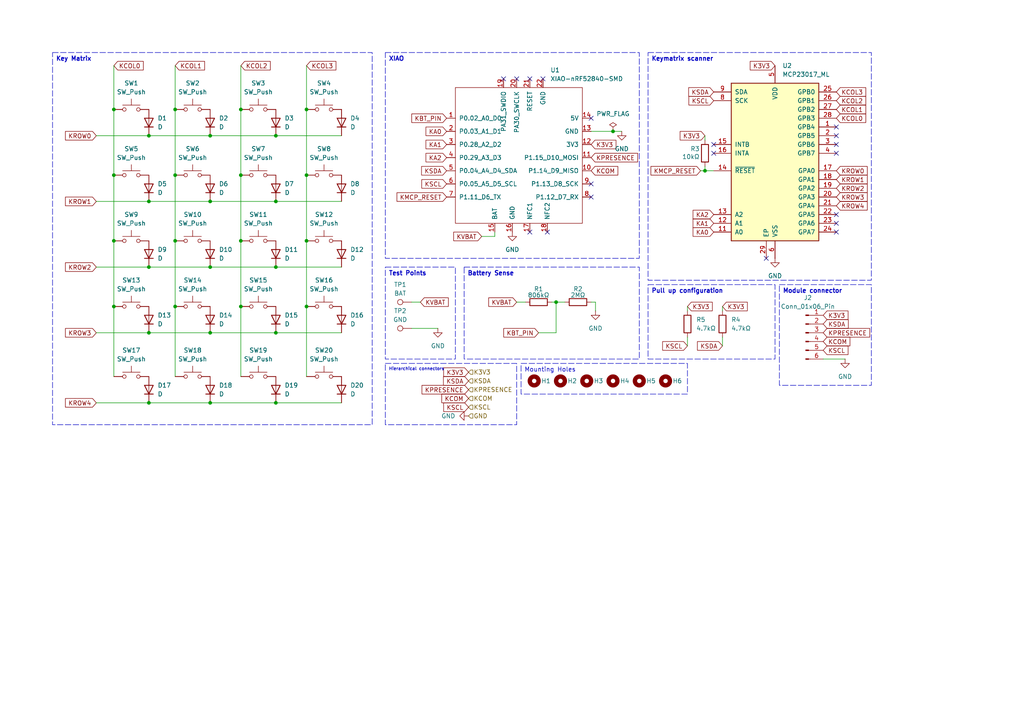
<source format=kicad_sch>
(kicad_sch (version 20250114) (generator "eeschema") (generator_version "9.0")
  (paper "A4")
  (lib_symbols
    (symbol "Connector:Conn_01x06_Pin" (pin_names (offset 1.016) (hide yes))
      (property "Reference" "J" (at 0 7.62 0))
      (property "Value" "Conn_01x06_Pin" (at 0 -10.16 0))
      (symbol "Conn_01x06_Pin_1_1"
        (rectangle (start 0.8636 5.207) (end 0 4.953) (stroke (width 0.1524)) (fill (type outline)))
        (rectangle (start 0.8636 2.667) (end 0 2.413) (stroke (width 0.1524)) (fill (type outline)))
        (rectangle (start 0.8636 0.127) (end 0 -0.127) (stroke (width 0.1524)) (fill (type outline)))
        (rectangle (start 0.8636 -2.413) (end 0 -2.667) (stroke (width 0.1524)) (fill (type outline)))
        (rectangle (start 0.8636 -4.953) (end 0 -5.207) (stroke (width 0.1524)) (fill (type outline)))
        (rectangle (start 0.8636 -7.493) (end 0 -7.747) (stroke (width 0.1524)) (fill (type outline)))
        (polyline (pts (xy 1.27 5.08) (xy 0.8636 5.08)) (stroke (width 0.1524)))
        (polyline (pts (xy 1.27 2.54) (xy 0.8636 2.54)) (stroke (width 0.1524)))
        (polyline (pts (xy 1.27 0) (xy 0.8636 0)) (stroke (width 0.1524)))
        (polyline (pts (xy 1.27 -2.54) (xy 0.8636 -2.54)) (stroke (width 0.1524)))
        (polyline (pts (xy 1.27 -5.08) (xy 0.8636 -5.08)) (stroke (width 0.1524)))
        (polyline (pts (xy 1.27 -7.62) (xy 0.8636 -7.62)) (stroke (width 0.1524)))
        (pin passive line (at 5.08 5.08 180) (length 3.81) (name "Pin_1") (number "1"))
        (pin passive line (at 5.08 2.54 180) (length 3.81) (name "Pin_2") (number "2"))
        (pin passive line (at 5.08 0 180) (length 3.81) (name "Pin_3") (number "3"))
        (pin passive line (at 5.08 -2.54 180) (length 3.81) (name "Pin_4") (number "4"))
        (pin passive line (at 5.08 -5.08 180) (length 3.81) (name "Pin_5") (number "5"))
        (pin passive line (at 5.08 -7.62 180) (length 3.81) (name "Pin_6") (number "6"))
      )
    )
    (symbol "Connector:TestPoint" (pin_numbers (hide yes)) (pin_names (offset 0.762) (hide yes))
      (property "Reference" "TP" (at 0 6.858 0))
      (property "Value" "TestPoint" (at 0 5.08 0))
      (symbol "TestPoint_0_1"
        (circle (center 0 3.302) (radius 0.762))
      )
      (symbol "TestPoint_1_1"
        (pin passive line (at 0 0 90) (length 2.54) (name "1") (number "1"))
      )
    )
    (symbol "Device:D" (pin_numbers (hide yes)) (pin_names (offset 1.016) (hide yes))
      (property "Reference" "D" (at 0 2.54 0))
      (property "Value" "D" (at 0 -2.54 0))
      (symbol "D_0_1"
        (polyline (pts (xy -1.27 1.27) (xy -1.27 -1.27)) (stroke (width 0.254)))
        (polyline (pts (xy 1.27 1.27) (xy 1.27 -1.27) (xy -1.27 0) (xy 1.27 1.27)) (stroke (width 0.254)))
        (polyline (pts (xy 1.27 0) (xy -1.27 0)))
      )
      (symbol "D_1_1"
        (pin passive line (at -3.81 0 0) (length 2.54) (name "K") (number "1"))
        (pin passive line (at 3.81 0 180) (length 2.54) (name "A") (number "2"))
      )
    )
    (symbol "Device:R" (pin_numbers (hide yes)) (pin_names (offset 0))
      (property "Reference" "R" (at 2.032 0 90))
      (property "Value" "R" (at 0 0 90))
      (symbol "R_0_1"
        (rectangle (start -1.016 -2.54) (end 1.016 2.54) (stroke (width 0.254)))
      )
      (symbol "R_1_1"
        (pin passive line (at 0 3.81 270) (length 1.27) (name "~") (number "1"))
        (pin passive line (at 0 -3.81 90) (length 1.27) (name "~") (number "2"))
      )
    )
    (symbol "Interface_Expansion:MCP23017_ML" (pin_names (offset 1.016))
      (property "Reference" "U" (at -11.43 24.13 0))
      (property "Value" "MCP23017_ML" (at 0 0 0))
      (symbol "MCP23017_ML_0_1"
        (rectangle (start -12.7 22.86) (end 12.7 -22.86) (stroke (width 0.254)) (fill (type background)))
      )
      (symbol "MCP23017_ML_1_1"
        (pin bidirectional line (at -17.78 20.32 0) (length 5.08) (name "SDA") (number "9"))
        (pin input line (at -17.78 17.78 0) (length 5.08) (name "SCK") (number "8"))
        (pin tri_state line (at -17.78 5.08 0) (length 5.08) (name "INTB") (number "15"))
        (pin tri_state line (at -17.78 2.54 0) (length 5.08) (name "INTA") (number "16"))
        (pin input line (at -17.78 -2.54 0) (length 5.08) (name "~{RESET}") (number "14"))
        (pin input line (at -17.78 -15.24 0) (length 5.08) (name "A2") (number "13"))
        (pin input line (at -17.78 -17.78 0) (length 5.08) (name "A1") (number "12"))
        (pin input line (at -17.78 -20.32 0) (length 5.08) (name "A0") (number "11"))
        (pin no_connect line (at -12.7 15.24 0) (length 5.08) (hide yes) (name "NC") (number "7"))
        (pin no_connect line (at -12.7 12.7 0) (length 5.08) (hide yes) (name "NC") (number "10"))
        (pin passive line (at -2.54 -27.94 90) (length 5.08) (name "EP") (number "29"))
        (pin power_in line (at 0 27.94 270) (length 5.08) (name "VDD") (number "5"))
        (pin power_in line (at 0 -27.94 90) (length 5.08) (name "VSS") (number "6"))
        (pin bidirectional line (at 17.78 20.32 180) (length 5.08) (name "GPB0") (number "25"))
        (pin bidirectional line (at 17.78 17.78 180) (length 5.08) (name "GPB1") (number "26"))
        (pin bidirectional line (at 17.78 15.24 180) (length 5.08) (name "GPB2") (number "27"))
        (pin bidirectional line (at 17.78 12.7 180) (length 5.08) (name "GPB3") (number "28"))
        (pin bidirectional line (at 17.78 10.16 180) (length 5.08) (name "GPB4") (number "1"))
        (pin bidirectional line (at 17.78 7.62 180) (length 5.08) (name "GPB5") (number "2"))
        (pin bidirectional line (at 17.78 5.08 180) (length 5.08) (name "GPB6") (number "3"))
        (pin output line (at 17.78 2.54 180) (length 5.08) (name "GPB7") (number "4"))
        (pin bidirectional line (at 17.78 -2.54 180) (length 5.08) (name "GPA0") (number "17"))
        (pin bidirectional line (at 17.78 -5.08 180) (length 5.08) (name "GPA1") (number "18"))
        (pin bidirectional line (at 17.78 -7.62 180) (length 5.08) (name "GPA2") (number "19"))
        (pin bidirectional line (at 17.78 -10.16 180) (length 5.08) (name "GPA3") (number "20"))
        (pin bidirectional line (at 17.78 -12.7 180) (length 5.08) (name "GPA4") (number "21"))
        (pin bidirectional line (at 17.78 -15.24 180) (length 5.08) (name "GPA5") (number "22"))
        (pin bidirectional line (at 17.78 -17.78 180) (length 5.08) (name "GPA6") (number "23"))
        (pin output line (at 17.78 -20.32 180) (length 5.08) (name "GPA7") (number "24"))
      )
    )
    (symbol "Mechanical:MountingHole" (pin_names (offset 1.016)) (in_bom no)
      (property "Reference" "H" (at 0 5.08 0))
      (property "Value" "MountingHole" (at 0 3.175 0))
      (symbol "MountingHole_0_1"
        (circle (center 0 0) (radius 1.27) (stroke (width 1.27)))
      )
    )
    (symbol "Seeed_Studio_XIAO_Series:XIAO-nRF52840-SMD" (pin_names (offset 1.016))
      (property "Reference" "U" (at -18.542 23.114 0))
      (property "Value" "XIAO-nRF52840-SMD" (at -8.636 21.336 0))
      (symbol "XIAO-nRF52840-SMD_0_1"
        (rectangle (start -19.05 20.32) (end 17.78 -19.05))
      )
      (symbol "XIAO-nRF52840-SMD_1_1"
        (pin passive line (at -21.59 11.43 0) (length 2.54) (name "P0.02_A0_D0") (number "1"))
        (pin passive line (at -21.59 7.62 0) (length 2.54) (name "P0.03_A1_D1") (number "2"))
        (pin passive line (at -21.59 3.81 0) (length 2.54) (name "P0.28_A2_D2") (number "3"))
        (pin passive line (at -21.59 0 0) (length 2.54) (name "P0.29_A3_D3") (number "4"))
        (pin passive line (at -21.59 -3.81 0) (length 2.54) (name "P0.04_A4_D4_SDA") (number "5"))
        (pin passive line (at -21.59 -7.62 0) (length 2.54) (name "P0.05_A5_D5_SCL") (number "6"))
        (pin passive line (at -21.59 -11.43 0) (length 2.54) (name "P1.11_D6_TX") (number "7"))
        (pin passive line (at -7.62 -21.59 90) (length 2.54) (name "BAT") (number "15"))
        (pin passive line (at -5.08 22.86 270) (length 2.54) (name "PA31_SWDIO") (number "19"))
        (pin passive line (at -2.54 -21.59 90) (length 2.54) (name "GND") (number "16"))
        (pin passive line (at -1.27 22.86 270) (length 2.54) (name "PA30_SWCLK") (number "20"))
        (pin passive line (at 2.54 22.86 270) (length 2.54) (name "RESET") (number "21"))
        (pin passive line (at 2.54 -21.59 90) (length 2.54) (name "NFC1") (number "17"))
        (pin passive line (at 6.35 22.86 270) (length 2.54) (name "GND") (number "22"))
        (pin passive line (at 7.62 -21.59 90) (length 2.54) (name "NFC2") (number "18"))
        (pin passive line (at 20.32 11.43 180) (length 2.54) (name "5V") (number "14"))
        (pin passive line (at 20.32 7.62 180) (length 2.54) (name "GND") (number "13"))
        (pin passive line (at 20.32 3.81 180) (length 2.54) (name "3V3") (number "12"))
        (pin passive line (at 20.32 0 180) (length 2.54) (name "P1.15_D10_MOSI") (number "11"))
        (pin passive line (at 20.32 -3.81 180) (length 2.54) (name "P1.14_D9_MISO") (number "10"))
        (pin passive line (at 20.32 -7.62 180) (length 2.54) (name "P1.13_D8_SCK") (number "9"))
        (pin passive line (at 20.32 -11.43 180) (length 2.54) (name "P1.12_D7_RX") (number "8"))
      )
    )
    (symbol "Switch:SW_Push" (pin_numbers (hide yes)) (pin_names (offset 1.016) (hide yes))
      (property "Reference" "SW" (at 1.27 2.54 0))
      (property "Value" "SW_Push" (at 0 -1.524 0))
      (symbol "SW_Push_0_1"
        (circle (center -2.032 0) (radius 0.508))
        (polyline (pts (xy 0 1.27) (xy 0 3.048)))
        (circle (center 2.032 0) (radius 0.508))
        (polyline (pts (xy 2.54 1.27) (xy -2.54 1.27)))
        (pin passive line (at -5.08 0 0) (length 2.54) (name "1") (number "1"))
        (pin passive line (at 5.08 0 180) (length 2.54) (name "2") (number "2"))
      )
    )
    (symbol "power:GND" (power) (pin_numbers (hide yes)) (pin_names (offset 0) (hide yes))
      (property "Value" "GND" (at 0 -3.81 0))
      (symbol "GND_0_1"
        (polyline (pts (xy 0 0) (xy 0 -1.27) (xy 1.27 -1.27) (xy 0 -2.54) (xy -1.27 -1.27) (xy 0 -1.27)))
      )
      (symbol "GND_1_1"
        (pin power_in line (at 0 0 270) (length 0) (name "~") (number "1"))
      )
    )
    (symbol "power:PWR_FLAG" (power) (pin_numbers (hide yes)) (pin_names (offset 0) (hide yes))
      (property "Value" "PWR_FLAG" (at 0 3.81 0))
      (symbol "PWR_FLAG_0_0"
        (pin power_out line (at 0 0 90) (length 0) (name "~") (number "1"))
      )
      (symbol "PWR_FLAG_0_1"
        (polyline (pts (xy 0 0) (xy 0 1.27) (xy -1.016 1.905) (xy 0 2.54) (xy 1.016 1.905) (xy 0 1.27)))
      )
    )
  )
  (text_box "Keymatrix scanner" (at 187.96 15.24 0) (size 64.77 66.04) (margins 0.9525 0.9525 0.9525 0.9525) (stroke (width 0) (type dash)) (effects (font (size 1.27 1.27) (thickness 0.254) (bold yes)) (justify left top)))
  (text_box "Hierarchical connectors" (at 111.76 105.41 0) (size 38.1 17.78) (margins 0.9525 0.9525 0.9525 0.9525) (stroke (width 0) (type dash)) (effects (font (size 0.889 0.889)) (justify left top)))
  (text_box "Module connector" (at 226.06 82.55 0) (size 26.67 29.21) (margins 0.9525 0.9525 0.9525 0.9525) (stroke (width 0) (type dash)) (effects (font (size 1.27 1.27) (thickness 0.254) (bold yes)) (justify left top)))
  (text_box "Key Matrix" (at 15.24 15.24 0) (size 92.71 107.95) (margins 0.9525 0.9525 0.9525 0.9525) (stroke (width 0) (type dash)) (effects (font (size 1.27 1.27) (thickness 0.254) (bold yes)) (justify left top)))
  (text_box "Pull up configuration\n" (at 187.96 82.55 0) (size 36.83 21.59) (margins 0.9525 0.9525 0.9525 0.9525) (stroke (width 0) (type dash)) (effects (font (size 1.27 1.27) (thickness 0.254) (bold yes)) (justify left top)))
  (text_box "XIAO" (at 111.76 15.24 0) (size 73.66 59.69) (margins 0.9525 0.9525 0.9525 0.9525) (stroke (width 0) (type dash)) (effects (font (size 1.27 1.27) (thickness 0.254) (bold yes)) (justify left top)))
  (text_box "Battery Sense\n" (at 134.62 77.47 0) (size 50.8 26.67) (margins 0.9525 0.9525 0.9525 0.9525) (stroke (width 0) (type dash)) (effects (font (size 1.27 1.27) (thickness 0.254) (bold yes)) (justify left top)))
  (text_box "Test Points" (at 111.76 77.47 0) (size 20.32 26.67) (margins 0.9525 0.9525 0.9525 0.9525) (stroke (width 0) (type dash)) (effects (font (size 1.27 1.27) (thickness 0.254) (bold yes)) (justify left top)))
  (text_box "Mounting Holes" (at 151.13 105.41 0) (size 48.26 8.89) (margins 0.9525 0.9525 0.9525 0.9525) (stroke (width 0) (type dash)) (effects (font (size 1.27 1.27)) (justify left top)))
  (junction (at 43.18 77.47))
  (junction (at 80.01 96.52))
  (junction (at 50.8 50.8))
  (junction (at 80.01 39.37))
  (junction (at 33.02 69.85))
  (junction (at 33.02 50.8))
  (junction (at 43.18 58.42))
  (junction (at 50.8 88.9))
  (junction (at 60.96 96.52))
  (junction (at 80.01 77.47))
  (junction (at 88.9 69.85))
  (junction (at 69.85 50.8))
  (junction (at 60.96 116.84))
  (junction (at 60.96 77.47))
  (junction (at 88.9 31.75))
  (junction (at 69.85 88.9))
  (junction (at 50.8 69.85))
  (junction (at 177.8 38.1))
  (junction (at 204.47 49.53))
  (junction (at 33.02 31.75))
  (junction (at 88.9 50.8))
  (junction (at 69.85 31.75))
  (junction (at 80.01 116.84))
  (junction (at 50.8 31.75))
  (junction (at 80.01 58.42))
  (junction (at 88.9 88.9))
  (junction (at 161.29 87.63))
  (junction (at 60.96 58.42))
  (junction (at 33.02 88.9))
  (junction (at 43.18 96.52))
  (junction (at 60.96 39.37))
  (junction (at 69.85 69.85))
  (junction (at 43.18 116.84))
  (junction (at 43.18 39.37))
  (no_connect (at 242.57 41.91))
  (no_connect (at 242.57 44.45))
  (no_connect (at 171.45 53.34))
  (no_connect (at 146.05 22.86))
  (no_connect (at 242.57 67.31))
  (no_connect (at 242.57 62.23))
  (no_connect (at 157.48 22.86))
  (no_connect (at 207.01 41.91))
  (no_connect (at 153.67 67.31))
  (no_connect (at 171.45 57.15))
  (no_connect (at 171.45 34.29))
  (no_connect (at 242.57 64.77))
  (no_connect (at 149.86 22.86))
  (no_connect (at 158.75 67.31))
  (no_connect (at 242.57 39.37))
  (no_connect (at 242.57 36.83))
  (no_connect (at 222.25 74.93))
  (no_connect (at 153.67 22.86))
  (no_connect (at 207.01 44.45))
  (wire (pts (xy 88.9 19.05) (xy 88.9 31.75)))
  (wire (pts (xy 209.55 88.9) (xy 209.55 90.17)))
  (wire (pts (xy 209.55 97.79) (xy 209.55 100.33)))
  (wire (pts (xy 172.72 87.63) (xy 171.45 87.63)))
  (wire (pts (xy 69.85 50.8) (xy 69.85 69.85)))
  (wire (pts (xy 161.29 96.52) (xy 161.29 87.63)))
  (wire (pts (xy 43.18 77.47) (xy 60.96 77.47)))
  (wire (pts (xy 27.94 96.52) (xy 43.18 96.52)))
  (wire (pts (xy 204.47 40.64) (xy 204.47 39.37)))
  (wire (pts (xy 60.96 96.52) (xy 80.01 96.52)))
  (wire (pts (xy 88.9 50.8) (xy 88.9 69.85)))
  (wire (pts (xy 33.02 19.05) (xy 33.02 31.75)))
  (wire (pts (xy 69.85 31.75) (xy 69.85 50.8)))
  (wire (pts (xy 43.18 116.84) (xy 60.96 116.84)))
  (wire (pts (xy 204.47 48.26) (xy 204.47 49.53)))
  (wire (pts (xy 156.21 96.52) (xy 161.29 96.52)))
  (wire (pts (xy 127 95.25) (xy 119.38 95.25)))
  (wire (pts (xy 88.9 69.85) (xy 88.9 88.9)))
  (wire (pts (xy 80.01 58.42) (xy 99.06 58.42)))
  (wire (pts (xy 80.01 116.84) (xy 99.06 116.84)))
  (wire (pts (xy 50.8 50.8) (xy 50.8 69.85)))
  (wire (pts (xy 180.34 38.1) (xy 177.8 38.1)))
  (wire (pts (xy 204.47 49.53) (xy 207.01 49.53)))
  (wire (pts (xy 33.02 69.85) (xy 33.02 88.9)))
  (wire (pts (xy 50.8 69.85) (xy 50.8 88.9)))
  (wire (pts (xy 172.72 90.17) (xy 172.72 87.63)))
  (wire (pts (xy 161.29 87.63) (xy 163.83 87.63)))
  (wire (pts (xy 27.94 116.84) (xy 43.18 116.84)))
  (wire (pts (xy 171.45 38.1) (xy 177.8 38.1)))
  (wire (pts (xy 60.96 58.42) (xy 80.01 58.42)))
  (wire (pts (xy 60.96 77.47) (xy 80.01 77.47)))
  (wire (pts (xy 43.18 58.42) (xy 60.96 58.42)))
  (wire (pts (xy 33.02 88.9) (xy 33.02 109.22)))
  (wire (pts (xy 80.01 96.52) (xy 99.06 96.52)))
  (wire (pts (xy 88.9 88.9) (xy 88.9 109.22)))
  (wire (pts (xy 69.85 88.9) (xy 69.85 109.22)))
  (wire (pts (xy 50.8 31.75) (xy 50.8 50.8)))
  (wire (pts (xy 199.39 88.9) (xy 199.39 90.17)))
  (wire (pts (xy 143.51 68.58) (xy 143.51 67.31)))
  (wire (pts (xy 203.2 49.53) (xy 204.47 49.53)))
  (wire (pts (xy 160.02 87.63) (xy 161.29 87.63)))
  (wire (pts (xy 60.96 116.84) (xy 80.01 116.84)))
  (wire (pts (xy 33.02 50.8) (xy 33.02 69.85)))
  (wire (pts (xy 27.94 39.37) (xy 43.18 39.37)))
  (wire (pts (xy 80.01 39.37) (xy 99.06 39.37)))
  (wire (pts (xy 50.8 88.9) (xy 50.8 109.22)))
  (wire (pts (xy 88.9 31.75) (xy 88.9 50.8)))
  (wire (pts (xy 80.01 77.47) (xy 99.06 77.47)))
  (wire (pts (xy 43.18 96.52) (xy 60.96 96.52)))
  (wire (pts (xy 119.38 87.63) (xy 121.92 87.63)))
  (wire (pts (xy 50.8 19.05) (xy 50.8 31.75)))
  (wire (pts (xy 27.94 77.47) (xy 43.18 77.47)))
  (wire (pts (xy 60.96 39.37) (xy 80.01 39.37)))
  (wire (pts (xy 199.39 97.79) (xy 199.39 100.33)))
  (wire (pts (xy 69.85 19.05) (xy 69.85 31.75)))
  (wire (pts (xy 27.94 58.42) (xy 43.18 58.42)))
  (wire (pts (xy 69.85 69.85) (xy 69.85 88.9)))
  (wire (pts (xy 33.02 31.75) (xy 33.02 50.8)))
  (wire (pts (xy 245.11 104.14) (xy 238.76 104.14)))
  (wire (pts (xy 139.7 68.58) (xy 143.51 68.58)))
  (wire (pts (xy 152.4 87.63) (xy 149.86 87.63)))
  (wire (pts (xy 43.18 39.37) (xy 60.96 39.37)))
  (global_label "KROW0" (shape input) (at 27.94 39.37 180) (effects (font (thickness 0.1588))) (property "Intersheetrefs" "${INTERSHEET_REFS}" (effects (hide yes))))
  (global_label "KSDA" (shape input) (at 238.76 93.98 0) (property "Intersheetrefs" "${INTERSHEET_REFS}" (effects (hide yes))))
  (global_label "KROW0" (shape input) (at 242.57 49.53 0) (effects (font (thickness 0.1588))) (property "Intersheetrefs" "${INTERSHEET_REFS}" (effects (hide yes))))
  (global_label "KCOL0" (shape input) (at 242.57 34.29 0) (effects (font (thickness 0.1588))) (property "Intersheetrefs" "${INTERSHEET_REFS}" (effects (hide yes))))
  (global_label "KCOL2" (shape input) (at 69.85 19.05 0) (effects (font (thickness 0.1588))) (property "Intersheetrefs" "${INTERSHEET_REFS}" (effects (hide yes))))
  (global_label "KROW3" (shape input) (at 242.57 57.15 0) (effects (font (thickness 0.1588))) (property "Intersheetrefs" "${INTERSHEET_REFS}" (effects (hide yes))))
  (global_label "K3V3" (shape input) (at 238.76 91.44 0) (property "Intersheetrefs" "${INTERSHEET_REFS}" (effects (hide yes))))
  (global_label "KVBAT" (shape input) (at 139.7 68.58 180) (effects (font (thickness 0.1588))) (property "Intersheetrefs" "${INTERSHEET_REFS}" (effects (hide yes))))
  (global_label "KCOM" (shape input) (at 238.76 99.06 0) (effects (font (thickness 0.1588))) (property "Intersheetrefs" "${INTERSHEET_REFS}" (effects (hide yes))))
  (global_label "KPRESENCE" (shape input) (at 171.45 45.72 0) (effects (font (thickness 0.1588))) (property "Intersheetrefs" "${INTERSHEET_REFS}" (effects (hide yes))))
  (global_label "KA1" (shape input) (at 129.54 41.91 180) (property "Intersheetrefs" "${INTERSHEET_REFS}" (effects (hide yes))))
  (global_label "KSCL" (shape input) (at 129.54 53.34 180) (property "Intersheetrefs" "${INTERSHEET_REFS}" (effects (hide yes))))
  (global_label "KSCL" (shape input) (at 135.89 118.11 180) (property "Intersheetrefs" "${INTERSHEET_REFS}" (effects (hide yes))))
  (global_label "KCOM" (shape input) (at 171.45 49.53 0) (effects (font (thickness 0.1588))) (property "Intersheetrefs" "${INTERSHEET_REFS}" (effects (hide yes))))
  (global_label "KA2" (shape input) (at 207.01 62.23 180) (property "Intersheetrefs" "${INTERSHEET_REFS}" (effects (hide yes))))
  (global_label "KCOL0" (shape input) (at 33.02 19.05 0) (effects (font (thickness 0.1588))) (property "Intersheetrefs" "${INTERSHEET_REFS}" (effects (hide yes))))
  (global_label "KCOL3" (shape input) (at 88.9 19.05 0) (effects (font (thickness 0.1588))) (property "Intersheetrefs" "${INTERSHEET_REFS}" (effects (hide yes))))
  (global_label "KBT_PIN" (shape input) (at 156.21 96.52 180) (effects (font (thickness 0.1588))) (property "Intersheetrefs" "${INTERSHEET_REFS}" (effects (hide yes))))
  (global_label "KA1" (shape input) (at 207.01 64.77 180) (property "Intersheetrefs" "${INTERSHEET_REFS}" (effects (hide yes))))
  (global_label "KSDA" (shape input) (at 209.55 100.33 180) (property "Intersheetrefs" "${INTERSHEET_REFS}" (effects (hide yes))))
  (global_label "KMCP_RESET" (shape input) (at 129.54 57.15 180) (effects (font (thickness 0.1588))) (property "Intersheetrefs" "${INTERSHEET_REFS}" (effects (hide yes))))
  (global_label "K3V3" (shape input) (at 171.45 41.91 0) (property "Intersheetrefs" "${INTERSHEET_REFS}" (effects (hide yes))))
  (global_label "KPRESENCE" (shape input) (at 135.89 113.03 180) (effects (font (thickness 0.1588))) (property "Intersheetrefs" "${INTERSHEET_REFS}" (effects (hide yes))))
  (global_label "KVBAT" (shape input) (at 149.86 87.63 180) (effects (font (thickness 0.1588))) (property "Intersheetrefs" "${INTERSHEET_REFS}" (effects (hide yes))))
  (global_label "KCOL2" (shape input) (at 242.57 29.21 0) (effects (font (thickness 0.1588))) (property "Intersheetrefs" "${INTERSHEET_REFS}" (effects (hide yes))))
  (global_label "KMCP_RESET" (shape input) (at 203.2 49.53 180) (effects (font (thickness 0.1588))) (property "Intersheetrefs" "${INTERSHEET_REFS}" (effects (hide yes))))
  (global_label "K3V3" (shape input) (at 204.47 39.37 180) (property "Intersheetrefs" "${INTERSHEET_REFS}" (effects (hide yes))))
  (global_label "KCOL3" (shape input) (at 242.57 26.67 0) (effects (font (thickness 0.1588))) (property "Intersheetrefs" "${INTERSHEET_REFS}" (effects (hide yes))))
  (global_label "KSDA" (shape input) (at 129.54 49.53 180) (property "Intersheetrefs" "${INTERSHEET_REFS}" (effects (hide yes))))
  (global_label "K3V3" (shape input) (at 209.55 88.9 0) (property "Intersheetrefs" "${INTERSHEET_REFS}" (effects (hide yes))))
  (global_label "KROW4" (shape input) (at 242.57 59.69 0) (effects (font (thickness 0.1588))) (property "Intersheetrefs" "${INTERSHEET_REFS}" (effects (hide yes))))
  (global_label "KA0" (shape input) (at 207.01 67.31 180) (property "Intersheetrefs" "${INTERSHEET_REFS}" (effects (hide yes))))
  (global_label "KROW1" (shape input) (at 27.94 58.42 180) (effects (font (thickness 0.1588))) (property "Intersheetrefs" "${INTERSHEET_REFS}" (effects (hide yes))))
  (global_label "KSCL" (shape input) (at 199.39 100.33 180) (property "Intersheetrefs" "${INTERSHEET_REFS}" (effects (hide yes))))
  (global_label "KSDA" (shape input) (at 135.89 110.49 180) (property "Intersheetrefs" "${INTERSHEET_REFS}" (effects (hide yes))))
  (global_label "KCOL1" (shape input) (at 50.8 19.05 0) (effects (font (thickness 0.1588))) (property "Intersheetrefs" "${INTERSHEET_REFS}" (effects (hide yes))))
  (global_label "KROW1" (shape input) (at 242.57 52.07 0) (effects (font (thickness 0.1588))) (property "Intersheetrefs" "${INTERSHEET_REFS}" (effects (hide yes))))
  (global_label "K3V3" (shape input) (at 135.89 107.95 180) (property "Intersheetrefs" "${INTERSHEET_REFS}" (effects (hide yes))))
  (global_label "KCOM" (shape input) (at 135.89 115.57 180) (effects (font (thickness 0.1588))) (property "Intersheetrefs" "${INTERSHEET_REFS}" (effects (hide yes))))
  (global_label "KA2" (shape input) (at 129.54 45.72 180) (property "Intersheetrefs" "${INTERSHEET_REFS}" (effects (hide yes))))
  (global_label "KVBAT" (shape input) (at 121.92 87.63 0) (effects (font (thickness 0.1588))) (property "Intersheetrefs" "${INTERSHEET_REFS}" (effects (hide yes))))
  (global_label "K3V3" (shape input) (at 224.79 19.05 180) (property "Intersheetrefs" "${INTERSHEET_REFS}" (effects (hide yes))))
  (global_label "KSCL" (shape input) (at 207.01 29.21 180) (property "Intersheetrefs" "${INTERSHEET_REFS}" (effects (hide yes))))
  (global_label "KA0" (shape input) (at 129.54 38.1 180) (property "Intersheetrefs" "${INTERSHEET_REFS}" (effects (hide yes))))
  (global_label "KPRESENCE" (shape input) (at 238.76 96.52 0) (effects (font (thickness 0.1588))) (property "Intersheetrefs" "${INTERSHEET_REFS}" (effects (hide yes))))
  (global_label "KROW4" (shape input) (at 27.94 116.84 180) (effects (font (thickness 0.1588))) (property "Intersheetrefs" "${INTERSHEET_REFS}" (effects (hide yes))))
  (global_label "KSDA" (shape input) (at 207.01 26.67 180) (property "Intersheetrefs" "${INTERSHEET_REFS}" (effects (hide yes))))
  (global_label "KCOL1" (shape input) (at 242.57 31.75 0) (effects (font (thickness 0.1588))) (property "Intersheetrefs" "${INTERSHEET_REFS}" (effects (hide yes))))
  (global_label "KROW2" (shape input) (at 27.94 77.47 180) (effects (font (thickness 0.1588))) (property "Intersheetrefs" "${INTERSHEET_REFS}" (effects (hide yes))))
  (global_label "KROW3" (shape input) (at 27.94 96.52 180) (effects (font (thickness 0.1588))) (property "Intersheetrefs" "${INTERSHEET_REFS}" (effects (hide yes))))
  (global_label "KROW2" (shape input) (at 242.57 54.61 0) (effects (font (thickness 0.1588))) (property "Intersheetrefs" "${INTERSHEET_REFS}" (effects (hide yes))))
  (global_label "K3V3" (shape input) (at 199.39 88.9 0) (property "Intersheetrefs" "${INTERSHEET_REFS}" (effects (hide yes))))
  (global_label "KSCL" (shape input) (at 238.76 101.6 0) (property "Intersheetrefs" "${INTERSHEET_REFS}" (effects (hide yes))))
  (global_label "KBT_PIN" (shape input) (at 129.54 34.29 180) (effects (font (thickness 0.1588))) (property "Intersheetrefs" "${INTERSHEET_REFS}" (effects (hide yes))))
  (hierarchical_label "KCOM" (shape input) (at 135.89 115.57 0))
  (hierarchical_label "GND" (shape input) (at 135.89 120.65 0))
  (hierarchical_label "K3V3" (shape input) (at 135.89 107.95 0))
  (hierarchical_label "KSDA" (shape input) (at 135.89 110.49 0))
  (hierarchical_label "KSCL" (shape input) (at 135.89 118.11 0))
  (hierarchical_label "KPRESENCE" (shape input) (at 135.89 113.03 0))
  (symbol (lib_id "Switch:SW_Push") (at 55.88 109.22 0) (unit 1)
    (property "Reference" "SW18" (at 55.88 101.6 0))
    (property "Value" "SW_Push" (at 55.88 104.14 0))
    (property "Footprint" "PCM_marbastlib-choc:SW_choc_v1_HS_CPG135001S30_1u" (effects (hide yes)))
    (property "Description" "Push button switch, generic, two pins" (effects (hide yes)))
  )
  (symbol (lib_id "power:GND") (at 224.79 74.93 0) (unit 1)
    (property "Reference" "#PWR05" (effects (hide yes)))
    (property "Value" "GND" (at 224.79 80.01 0))
    (property "Description" "Power symbol creates a global label with name \"GND\" , ground" (effects (hide yes)))
  )
  (symbol (lib_id "Device:D") (at 43.18 54.61 90) (unit 1)
    (property "Reference" "D5" (at 45.72 53.3399 90) (effects (justify right)))
    (property "Value" "D" (at 45.72 55.8799 90) (effects (justify right)))
    (property "Footprint" "Diode_SMD:D_SOD-123" (effects (hide yes)))
    (property "Description" "Diode" (effects (hide yes)))
    (property "Sim.Device" "D" (effects (hide yes)))
    (property "Sim.Pins" "1=K 2=A" (effects (hide yes)))
  )
  (symbol (lib_id "Device:D") (at 43.18 92.71 90) (unit 1)
    (property "Reference" "D13" (at 45.72 91.4399 90) (effects (justify right)))
    (property "Value" "D" (at 45.72 93.9799 90) (effects (justify right)))
    (property "Footprint" "Diode_SMD:D_SOD-123" (effects (hide yes)))
    (property "Description" "Diode" (effects (hide yes)))
    (property "Sim.Device" "D" (effects (hide yes)))
    (property "Sim.Pins" "1=K 2=A" (effects (hide yes)))
  )
  (symbol (lib_id "Device:R") (at 209.55 93.98 0) (unit 1)
    (property "Reference" "R4" (at 212.09 92.7099 0) (effects (justify left)))
    (property "Value" "4.7kΩ" (at 212.09 95.2499 0) (effects (justify left)))
    (property "Footprint" "Resistor_SMD:R_0805_2012Metric" (effects (hide yes)))
    (property "Description" "Resistor" (effects (hide yes)))
  )
  (symbol (lib_id "Switch:SW_Push") (at 93.98 50.8 0) (unit 1)
    (property "Reference" "SW8" (at 93.98 43.18 0))
    (property "Value" "SW_Push" (at 93.98 45.72 0))
    (property "Footprint" "PCM_marbastlib-choc:SW_choc_v1_HS_CPG135001S30_1u" (effects (hide yes)))
    (property "Description" "Push button switch, generic, two pins" (effects (hide yes)))
  )
  (symbol (lib_id "Device:D") (at 80.01 92.71 90) (unit 1)
    (property "Reference" "D15" (at 82.55 91.4399 90) (effects (justify right)))
    (property "Value" "D" (at 82.55 93.9799 90) (effects (justify right)))
    (property "Footprint" "Diode_SMD:D_SOD-123" (effects (hide yes)))
    (property "Description" "Diode" (effects (hide yes)))
    (property "Sim.Device" "D" (effects (hide yes)))
    (property "Sim.Pins" "1=K 2=A" (effects (hide yes)))
  )
  (symbol (lib_id "Switch:SW_Push") (at 38.1 88.9 0) (unit 1)
    (property "Reference" "SW13" (at 38.1 81.28 0))
    (property "Value" "SW_Push" (at 38.1 83.82 0))
    (property "Footprint" "PCM_marbastlib-choc:SW_choc_v1_HS_CPG135001S30_1u" (effects (hide yes)))
    (property "Description" "Push button switch, generic, two pins" (effects (hide yes)))
  )
  (symbol (lib_id "Device:D") (at 80.01 113.03 90) (unit 1)
    (property "Reference" "D19" (at 82.55 111.7599 90) (effects (justify right)))
    (property "Value" "D" (at 82.55 114.2999 90) (effects (justify right)))
    (property "Footprint" "Diode_SMD:D_SOD-123" (effects (hide yes)))
    (property "Description" "Diode" (effects (hide yes)))
    (property "Sim.Device" "D" (effects (hide yes)))
    (property "Sim.Pins" "1=K 2=A" (effects (hide yes)))
  )
  (symbol (lib_id "power:GND") (at 245.11 104.14 0) (unit 1)
    (property "Reference" "#PWR06" (effects (hide yes)))
    (property "Value" "GND" (at 245.11 109.22 0))
    (property "Description" "Power symbol creates a global label with name \"GND\" , ground" (effects (hide yes)))
  )
  (symbol (lib_id "power:GND") (at 148.59 67.31 0) (unit 1)
    (property "Reference" "#PWR02" (effects (hide yes)))
    (property "Value" "GND" (at 148.59 72.39 0))
    (property "Description" "Power symbol creates a global label with name \"GND\" , ground" (effects (hide yes)))
  )
  (symbol (lib_id "Switch:SW_Push") (at 55.88 31.75 0) (unit 1)
    (property "Reference" "SW2" (at 55.88 24.13 0))
    (property "Value" "SW_Push" (at 55.88 26.67 0))
    (property "Footprint" "PCM_marbastlib-choc:SW_choc_v1_HS_CPG135001S30_1u" (effects (hide yes)))
    (property "Description" "Push button switch, generic, two pins" (effects (hide yes)))
  )
  (symbol (lib_id "Connector:Conn_01x06_Pin") (at 233.68 96.52 0) (unit 1)
    (property "Reference" "J2" (at 234.315 86.36 0))
    (property "Value" "Conn_01x06_Pin" (at 234.315 88.9 0))
    (property "Footprint" "Connector_PinHeader_1.00mm:PinHeader_1x06_P1.00mm_Vertical" (effects (hide yes)))
    (property "Description" "Generic connector, single row, 01x06, script generated" (effects (hide yes)))
  )
  (symbol (lib_id "Device:R") (at 199.39 93.98 0) (unit 1)
    (property "Reference" "R5" (at 201.93 92.7099 0) (effects (justify left)))
    (property "Value" "4.7kΩ" (at 201.93 95.2499 0) (effects (justify left)))
    (property "Footprint" "Resistor_SMD:R_0805_2012Metric" (effects (hide yes)))
    (property "Description" "Resistor" (effects (hide yes)))
  )
  (symbol (lib_id "Mechanical:MountingHole") (at 154.94 110.49 0) (unit 1) (in_bom no)
    (property "Reference" "H1" (at 156.972 110.49 0) (effects (justify left)))
    (property "Value" "MountingHole" (effects (hide yes)))
    (property "Footprint" "MountingHole:MountingHole_2.2mm_M2" (effects (hide yes)))
    (property "Description" "Mounting Hole without connection" (effects (hide yes)))
  )
  (symbol (lib_id "Switch:SW_Push") (at 55.88 88.9 0) (unit 1)
    (property "Reference" "SW14" (at 55.88 81.28 0))
    (property "Value" "SW_Push" (at 55.88 83.82 0))
    (property "Footprint" "PCM_marbastlib-choc:SW_choc_v1_HS_CPG135001S30_1u" (effects (hide yes)))
    (property "Description" "Push button switch, generic, two pins" (effects (hide yes)))
  )
  (symbol (lib_id "Switch:SW_Push") (at 55.88 50.8 0) (unit 1)
    (property "Reference" "SW6" (at 55.88 43.18 0))
    (property "Value" "SW_Push" (at 55.88 45.72 0))
    (property "Footprint" "PCM_marbastlib-choc:SW_choc_v1_HS_CPG135001S30_1u" (effects (hide yes)))
    (property "Description" "Push button switch, generic, two pins" (effects (hide yes)))
  )
  (symbol (lib_id "Switch:SW_Push") (at 38.1 50.8 0) (unit 1)
    (property "Reference" "SW5" (at 38.1 43.18 0))
    (property "Value" "SW_Push" (at 38.1 45.72 0))
    (property "Footprint" "PCM_marbastlib-choc:SW_choc_v1_HS_CPG135001S30_1u" (effects (hide yes)))
    (property "Description" "Push button switch, generic, two pins" (effects (hide yes)))
  )
  (symbol (lib_id "Mechanical:MountingHole") (at 193.04 110.49 0) (unit 1) (in_bom no)
    (property "Reference" "H6" (at 195.072 110.49 0) (effects (justify left)))
    (property "Value" "MountingHole" (effects (hide yes)))
    (property "Footprint" "MountingHole:MountingHole_2.2mm_M2" (effects (hide yes)))
    (property "Description" "Mounting Hole without connection" (effects (hide yes)))
  )
  (symbol (lib_id "Device:R") (at 167.64 87.63 270) (unit 1)
    (property "Reference" "R2" (at 167.64 83.82 90))
    (property "Value" "2MΩ" (at 167.64 85.598 90))
    (property "Footprint" "Resistor_SMD:R_0805_2012Metric" (effects (hide yes)))
    (property "Description" "Resistor" (effects (hide yes)))
  )
  (symbol (lib_id "Interface_Expansion:MCP23017_ML") (at 224.79 46.99 0) (unit 1)
    (property "Reference" "U2" (at 226.9333 19.05 0) (effects (justify left)))
    (property "Value" "MCP23017_ML" (at 226.9333 21.59 0) (effects (justify left)))
    (property "Footprint" "Package_DFN_QFN:QFN-28-1EP_6x6mm_P0.65mm_EP4.25x4.25mm" (effects (hide yes)))
    (property "Datasheet" "https://ww1.microchip.com/downloads/aemDocuments/documents/APID/ProductDocuments/DataSheets/MCP23017-Data-Sheet-DS20001952.pdf" (effects (hide yes)))
    (property "Description" "16-bit I/O expander, I2C, interrupts, w pull-ups, GPA/B7 output only (https://microchip.my.site.com/s/article/GPA7---GPB7-Cannot-Be-Used-as-Inputs-In-MCP23017), QFN-28" (effects (hide yes)))
  )
  (symbol (lib_id "Switch:SW_Push") (at 55.88 69.85 0) (unit 1)
    (property "Reference" "SW10" (at 55.88 62.23 0))
    (property "Value" "SW_Push" (at 55.88 64.77 0))
    (property "Footprint" "PCM_marbastlib-choc:SW_choc_v1_HS_CPG135001S30_1u" (effects (hide yes)))
    (property "Description" "Push button switch, generic, two pins" (effects (hide yes)))
  )
  (symbol (lib_id "Connector:TestPoint") (at 119.38 87.63 90) (unit 1)
    (property "Reference" "TP1" (at 116.078 82.55 90))
    (property "Value" "BAT" (at 116.078 85.09 90))
    (property "Footprint" "TestPoint:TestPoint_Pad_D2.0mm" (effects (hide yes)))
    (property "Description" "test point" (effects (hide yes)))
  )
  (symbol (lib_id "Device:D") (at 99.06 92.71 90) (unit 1)
    (property "Reference" "D16" (at 101.6 91.4399 90) (effects (justify right)))
    (property "Value" "D" (at 101.6 93.9799 90) (effects (justify right)))
    (property "Footprint" "Diode_SMD:D_SOD-123" (effects (hide yes)))
    (property "Description" "Diode" (effects (hide yes)))
    (property "Sim.Device" "D" (effects (hide yes)))
    (property "Sim.Pins" "1=K 2=A" (effects (hide yes)))
  )
  (symbol (lib_id "Mechanical:MountingHole") (at 177.8 110.49 0) (unit 1) (in_bom no)
    (property "Reference" "H4" (at 179.832 110.49 0) (effects (justify left)))
    (property "Value" "MountingHole" (effects (hide yes)))
    (property "Footprint" "MountingHole:MountingHole_2.2mm_M2" (effects (hide yes)))
    (property "Description" "Mounting Hole without connection" (effects (hide yes)))
  )
  (symbol (lib_id "Device:D") (at 43.18 113.03 90) (unit 1)
    (property "Reference" "D17" (at 45.72 111.7599 90) (effects (justify right)))
    (property "Value" "D" (at 45.72 114.2999 90) (effects (justify right)))
    (property "Footprint" "Diode_SMD:D_SOD-123" (effects (hide yes)))
    (property "Description" "Diode" (effects (hide yes)))
    (property "Sim.Device" "D" (effects (hide yes)))
    (property "Sim.Pins" "1=K 2=A" (effects (hide yes)))
  )
  (symbol (lib_id "Switch:SW_Push") (at 38.1 109.22 0) (unit 1)
    (property "Reference" "SW17" (at 38.1 101.6 0))
    (property "Value" "SW_Push" (at 38.1 104.14 0))
    (property "Footprint" "PCM_marbastlib-choc:SW_choc_v1_HS_CPG135001S30_1u" (effects (hide yes)))
    (property "Description" "Push button switch, generic, two pins" (effects (hide yes)))
  )
  (symbol (lib_id "Device:D") (at 60.96 54.61 90) (unit 1)
    (property "Reference" "D6" (at 63.5 53.3399 90) (effects (justify right)))
    (property "Value" "D" (at 63.5 55.8799 90) (effects (justify right)))
    (property "Footprint" "Diode_SMD:D_SOD-123" (effects (hide yes)))
    (property "Description" "Diode" (effects (hide yes)))
    (property "Sim.Device" "D" (effects (hide yes)))
    (property "Sim.Pins" "1=K 2=A" (effects (hide yes)))
  )
  (symbol (lib_id "Seeed_Studio_XIAO_Series:XIAO-nRF52840-SMD") (at 151.13 45.72 0) (unit 1)
    (property "Reference" "U1" (at 159.6233 20.32 0) (effects (justify left)))
    (property "Value" "XIAO-nRF52840-SMD" (at 159.6233 22.86 0) (effects (justify left)))
    (property "Footprint" "a:modified-XIAO-nRF52840-SMD" (effects (hide yes)))
  )
  (symbol (lib_id "power:GND") (at 127 95.25 0) (unit 1)
    (property "Reference" "#PWR03" (effects (hide yes)))
    (property "Value" "GND" (at 127 100.33 0))
    (property "Description" "Power symbol creates a global label with name \"GND\" , ground" (effects (hide yes)))
  )
  (symbol (lib_id "power:GND") (at 180.34 38.1 0) (unit 1)
    (property "Reference" "#PWR01" (effects (hide yes)))
    (property "Value" "GND" (at 180.34 43.18 0))
    (property "Description" "Power symbol creates a global label with name \"GND\" , ground" (effects (hide yes)))
  )
  (symbol (lib_id "Device:D") (at 43.18 73.66 90) (unit 1)
    (property "Reference" "D9" (at 45.72 72.3899 90) (effects (justify right)))
    (property "Value" "D" (at 45.72 74.9299 90) (effects (justify right)))
    (property "Footprint" "Diode_SMD:D_SOD-123" (effects (hide yes)))
    (property "Description" "Diode" (effects (hide yes)))
    (property "Sim.Device" "D" (effects (hide yes)))
    (property "Sim.Pins" "1=K 2=A" (effects (hide yes)))
  )
  (symbol (lib_id "power:PWR_FLAG") (at 177.8 38.1 0) (unit 1)
    (property "Reference" "#FLG03" (effects (hide yes)))
    (property "Value" "PWR_FLAG" (at 177.8 33.02 0))
    (property "Description" "Special symbol for telling ERC where power comes from" (effects (hide yes)))
  )
  (symbol (lib_id "power:GND") (at 172.72 90.17 0) (unit 1)
    (property "Reference" "#PWR04" (effects (hide yes)))
    (property "Value" "GND" (at 172.72 95.25 0))
    (property "Description" "Power symbol creates a global label with name \"GND\" , ground" (effects (hide yes)))
  )
  (symbol (lib_id "Device:R") (at 156.21 87.63 270) (unit 1)
    (property "Reference" "R1" (at 156.21 83.82 90))
    (property "Value" "806kΩ" (at 156.21 85.598 90))
    (property "Footprint" "Resistor_SMD:R_0805_2012Metric" (effects (hide yes)))
    (property "Description" "Resistor" (effects (hide yes)))
  )
  (symbol (lib_id "Device:D") (at 60.96 73.66 90) (unit 1)
    (property "Reference" "D10" (at 63.5 72.3899 90) (effects (justify right)))
    (property "Value" "D" (at 63.5 74.9299 90) (effects (justify right)))
    (property "Footprint" "Diode_SMD:D_SOD-123" (effects (hide yes)))
    (property "Description" "Diode" (effects (hide yes)))
    (property "Sim.Device" "D" (effects (hide yes)))
    (property "Sim.Pins" "1=K 2=A" (effects (hide yes)))
  )
  (symbol (lib_id "Switch:SW_Push") (at 93.98 109.22 0) (unit 1)
    (property "Reference" "SW20" (at 93.98 101.6 0))
    (property "Value" "SW_Push" (at 93.98 104.14 0))
    (property "Footprint" "PCM_marbastlib-choc:SW_choc_v1_HS_CPG135001S30_1u" (effects (hide yes)))
    (property "Description" "Push button switch, generic, two pins" (effects (hide yes)))
  )
  (symbol (lib_id "Device:D") (at 80.01 73.66 90) (unit 1)
    (property "Reference" "D11" (at 82.55 72.3899 90) (effects (justify right)))
    (property "Value" "D" (at 82.55 74.9299 90) (effects (justify right)))
    (property "Footprint" "Diode_SMD:D_SOD-123" (effects (hide yes)))
    (property "Description" "Diode" (effects (hide yes)))
    (property "Sim.Device" "D" (effects (hide yes)))
    (property "Sim.Pins" "1=K 2=A" (effects (hide yes)))
  )
  (symbol (lib_id "Switch:SW_Push") (at 74.93 50.8 0) (unit 1)
    (property "Reference" "SW7" (at 74.93 43.18 0))
    (property "Value" "SW_Push" (at 74.93 45.72 0))
    (property "Footprint" "PCM_marbastlib-choc:SW_choc_v1_HS_CPG135001S30_1u" (effects (hide yes)))
    (property "Description" "Push button switch, generic, two pins" (effects (hide yes)))
  )
  (symbol (lib_id "Device:R") (at 204.47 44.45 180) (unit 1)
    (property "Reference" "R3" (at 202.946 43.18 0) (effects (justify left)))
    (property "Value" "10kΩ" (at 202.946 45.466 0) (effects (justify left)))
    (property "Footprint" "Resistor_SMD:R_0805_2012Metric" (effects (hide yes)))
    (property "Description" "Resistor" (effects (hide yes)))
  )
  (symbol (lib_id "Connector:TestPoint") (at 119.38 95.25 90) (unit 1)
    (property "Reference" "TP2" (at 116.078 90.17 90))
    (property "Value" "GND" (at 116.078 92.71 90))
    (property "Footprint" "TestPoint:TestPoint_Pad_D2.0mm" (effects (hide yes)))
    (property "Description" "test point" (effects (hide yes)))
  )
  (symbol (lib_id "Device:D") (at 99.06 113.03 90) (unit 1)
    (property "Reference" "D20" (at 101.6 111.7599 90) (effects (justify right)))
    (property "Value" "D" (at 101.6 114.2999 90) (effects (justify right)))
    (property "Footprint" "Diode_SMD:D_SOD-123" (effects (hide yes)))
    (property "Description" "Diode" (effects (hide yes)))
    (property "Sim.Device" "D" (effects (hide yes)))
    (property "Sim.Pins" "1=K 2=A" (effects (hide yes)))
  )
  (symbol (lib_id "Mechanical:MountingHole") (at 170.18 110.49 0) (unit 1) (in_bom no)
    (property "Reference" "H3" (at 172.212 110.49 0) (effects (justify left)))
    (property "Value" "MountingHole" (effects (hide yes)))
    (property "Footprint" "MountingHole:MountingHole_2.2mm_M2" (effects (hide yes)))
    (property "Description" "Mounting Hole without connection" (effects (hide yes)))
  )
  (symbol (lib_id "Device:D") (at 80.01 35.56 90) (unit 1)
    (property "Reference" "D3" (at 82.55 34.2899 90) (effects (justify right)))
    (property "Value" "D" (at 82.55 36.8299 90) (effects (justify right)))
    (property "Footprint" "Diode_SMD:D_SOD-123" (effects (hide yes)))
    (property "Description" "Diode" (effects (hide yes)))
    (property "Sim.Device" "D" (effects (hide yes)))
    (property "Sim.Pins" "1=K 2=A" (effects (hide yes)))
  )
  (symbol (lib_id "power:GND") (at 135.89 120.65 270) (unit 1)
    (property "Reference" "#PWR07" (effects (hide yes)))
    (property "Value" "GND" (at 132.08 120.6499 90) (effects (justify right)))
    (property "Description" "Power symbol creates a global label with name \"GND\" , ground" (effects (hide yes)))
  )
  (symbol (lib_id "Switch:SW_Push") (at 74.93 109.22 0) (unit 1)
    (property "Reference" "SW19" (at 74.93 101.6 0))
    (property "Value" "SW_Push" (at 74.93 104.14 0))
    (property "Footprint" "PCM_marbastlib-choc:SW_choc_v1_HS_CPG135001S30_1u" (effects (hide yes)))
    (property "Description" "Push button switch, generic, two pins" (effects (hide yes)))
  )
  (symbol (lib_id "Switch:SW_Push") (at 74.93 69.85 0) (unit 1)
    (property "Reference" "SW11" (at 74.93 62.23 0))
    (property "Value" "SW_Push" (at 74.93 64.77 0))
    (property "Footprint" "PCM_marbastlib-choc:SW_choc_v1_HS_CPG135001S30_1u" (effects (hide yes)))
    (property "Description" "Push button switch, generic, two pins" (effects (hide yes)))
  )
  (symbol (lib_id "Switch:SW_Push") (at 74.93 88.9 0) (unit 1)
    (property "Reference" "SW15" (at 74.93 81.28 0))
    (property "Value" "SW_Push" (at 74.93 83.82 0))
    (property "Footprint" "PCM_marbastlib-choc:SW_choc_v1_HS_CPG135001S30_1u" (effects (hide yes)))
    (property "Description" "Push button switch, generic, two pins" (effects (hide yes)))
  )
  (symbol (lib_id "Device:D") (at 80.01 54.61 90) (unit 1)
    (property "Reference" "D7" (at 82.55 53.3399 90) (effects (justify right)))
    (property "Value" "D" (at 82.55 55.8799 90) (effects (justify right)))
    (property "Footprint" "Diode_SMD:D_SOD-123" (effects (hide yes)))
    (property "Description" "Diode" (effects (hide yes)))
    (property "Sim.Device" "D" (effects (hide yes)))
    (property "Sim.Pins" "1=K 2=A" (effects (hide yes)))
  )
  (symbol (lib_id "Device:D") (at 43.18 35.56 90) (unit 1)
    (property "Reference" "D1" (at 45.72 34.2899 90) (effects (justify right)))
    (property "Value" "D" (at 45.72 36.8299 90) (effects (justify right)))
    (property "Footprint" "Diode_SMD:D_SOD-123" (effects (hide yes)))
    (property "Description" "Diode" (effects (hide yes)))
    (property "Sim.Device" "D" (effects (hide yes)))
    (property "Sim.Pins" "1=K 2=A" (effects (hide yes)))
  )
  (symbol (lib_id "Switch:SW_Push") (at 74.93 31.75 0) (unit 1)
    (property "Reference" "SW3" (at 74.93 24.13 0))
    (property "Value" "SW_Push" (at 74.93 26.67 0))
    (property "Footprint" "PCM_marbastlib-choc:SW_choc_v1_HS_CPG135001S30_1u" (effects (hide yes)))
    (property "Description" "Push button switch, generic, two pins" (effects (hide yes)))
  )
  (symbol (lib_id "Switch:SW_Push") (at 38.1 69.85 0) (unit 1)
    (property "Reference" "SW9" (at 38.1 62.23 0))
    (property "Value" "SW_Push" (at 38.1 64.77 0))
    (property "Footprint" "PCM_marbastlib-choc:SW_choc_v1_HS_CPG135001S30_1u" (effects (hide yes)))
    (property "Description" "Push button switch, generic, two pins" (effects (hide yes)))
  )
  (symbol (lib_id "Device:D") (at 99.06 35.56 90) (unit 1)
    (property "Reference" "D4" (at 101.6 34.2899 90) (effects (justify right)))
    (property "Value" "D" (at 101.6 36.8299 90) (effects (justify right)))
    (property "Footprint" "Diode_SMD:D_SOD-123" (effects (hide yes)))
    (property "Description" "Diode" (effects (hide yes)))
    (property "Sim.Device" "D" (effects (hide yes)))
    (property "Sim.Pins" "1=K 2=A" (effects (hide yes)))
  )
  (symbol (lib_id "Device:D") (at 60.96 35.56 90) (unit 1)
    (property "Reference" "D2" (at 63.5 34.2899 90) (effects (justify right)))
    (property "Value" "D" (at 63.5 36.8299 90) (effects (justify right)))
    (property "Footprint" "Diode_SMD:D_SOD-123" (effects (hide yes)))
    (property "Description" "Diode" (effects (hide yes)))
    (property "Sim.Device" "D" (effects (hide yes)))
    (property "Sim.Pins" "1=K 2=A" (effects (hide yes)))
  )
  (symbol (lib_id "Device:D") (at 99.06 54.61 90) (unit 1)
    (property "Reference" "D8" (at 101.6 53.3399 90) (effects (justify right)))
    (property "Value" "D" (at 101.6 55.8799 90) (effects (justify right)))
    (property "Footprint" "Diode_SMD:D_SOD-123" (effects (hide yes)))
    (property "Description" "Diode" (effects (hide yes)))
    (property "Sim.Device" "D" (effects (hide yes)))
    (property "Sim.Pins" "1=K 2=A" (effects (hide yes)))
  )
  (symbol (lib_id "Switch:SW_Push") (at 93.98 88.9 0) (unit 1)
    (property "Reference" "SW16" (at 93.98 81.28 0))
    (property "Value" "SW_Push" (at 93.98 83.82 0))
    (property "Footprint" "PCM_marbastlib-choc:SW_choc_v1_HS_CPG135001S30_1u" (effects (hide yes)))
    (property "Description" "Push button switch, generic, two pins" (effects (hide yes)))
  )
  (symbol (lib_id "Mechanical:MountingHole") (at 162.56 110.49 0) (unit 1) (in_bom no)
    (property "Reference" "H2" (at 164.592 110.49 0) (effects (justify left)))
    (property "Value" "MountingHole" (effects (hide yes)))
    (property "Footprint" "MountingHole:MountingHole_2.2mm_M2" (effects (hide yes)))
    (property "Description" "Mounting Hole without connection" (effects (hide yes)))
  )
  (symbol (lib_id "Device:D") (at 60.96 113.03 90) (unit 1)
    (property "Reference" "D18" (at 63.5 111.7599 90) (effects (justify right)))
    (property "Value" "D" (at 63.5 114.2999 90) (effects (justify right)))
    (property "Footprint" "Diode_SMD:D_SOD-123" (effects (hide yes)))
    (property "Description" "Diode" (effects (hide yes)))
    (property "Sim.Device" "D" (effects (hide yes)))
    (property "Sim.Pins" "1=K 2=A" (effects (hide yes)))
  )
  (symbol (lib_id "Device:D") (at 99.06 73.66 90) (unit 1)
    (property "Reference" "D12" (at 101.6 72.3899 90) (effects (justify right)))
    (property "Value" "D" (at 101.6 74.9299 90) (effects (justify right)))
    (property "Footprint" "Diode_SMD:D_SOD-123" (effects (hide yes)))
    (property "Description" "Diode" (effects (hide yes)))
    (property "Sim.Device" "D" (effects (hide yes)))
    (property "Sim.Pins" "1=K 2=A" (effects (hide yes)))
  )
  (symbol (lib_id "Mechanical:MountingHole") (at 185.42 110.49 0) (unit 1) (in_bom no)
    (property "Reference" "H5" (at 187.452 110.49 0) (effects (justify left)))
    (property "Value" "MountingHole" (effects (hide yes)))
    (property "Footprint" "MountingHole:MountingHole_2.2mm_M2" (effects (hide yes)))
    (property "Description" "Mounting Hole without connection" (effects (hide yes)))
  )
  (symbol (lib_id "Device:D") (at 60.96 92.71 90) (unit 1)
    (property "Reference" "D14" (at 63.5 91.4399 90) (effects (justify right)))
    (property "Value" "D" (at 63.5 93.9799 90) (effects (justify right)))
    (property "Footprint" "Diode_SMD:D_SOD-123" (effects (hide yes)))
    (property "Description" "Diode" (effects (hide yes)))
    (property "Sim.Device" "D" (effects (hide yes)))
    (property "Sim.Pins" "1=K 2=A" (effects (hide yes)))
  )
  (symbol (lib_id "Switch:SW_Push") (at 93.98 69.85 0) (unit 1)
    (property "Reference" "SW12" (at 93.98 62.23 0))
    (property "Value" "SW_Push" (at 93.98 64.77 0))
    (property "Footprint" "PCM_marbastlib-choc:SW_choc_v1_HS_CPG135001S30_1u" (effects (hide yes)))
    (property "Description" "Push button switch, generic, two pins" (effects (hide yes)))
  )
  (symbol (lib_id "Switch:SW_Push") (at 93.98 31.75 0) (unit 1)
    (property "Reference" "SW4" (at 93.98 24.13 0))
    (property "Value" "SW_Push" (at 93.98 26.67 0))
    (property "Footprint" "PCM_marbastlib-choc:SW_choc_v1_HS_CPG135001S30_1u" (effects (hide yes)))
    (property "Description" "Push button switch, generic, two pins" (effects (hide yes)))
  )
  (symbol (lib_id "Switch:SW_Push") (at 38.1 31.75 0) (unit 1)
    (property "Reference" "SW1" (at 38.1 24.13 0))
    (property "Value" "SW_Push" (at 38.1 26.67 0))
    (property "Footprint" "PCM_marbastlib-choc:SW_choc_v1_HS_CPG135001S30_1u" (effects (hide yes)))
    (property "Description" "Push button switch, generic, two pins" (effects (hide yes)))
  )
)
</source>
